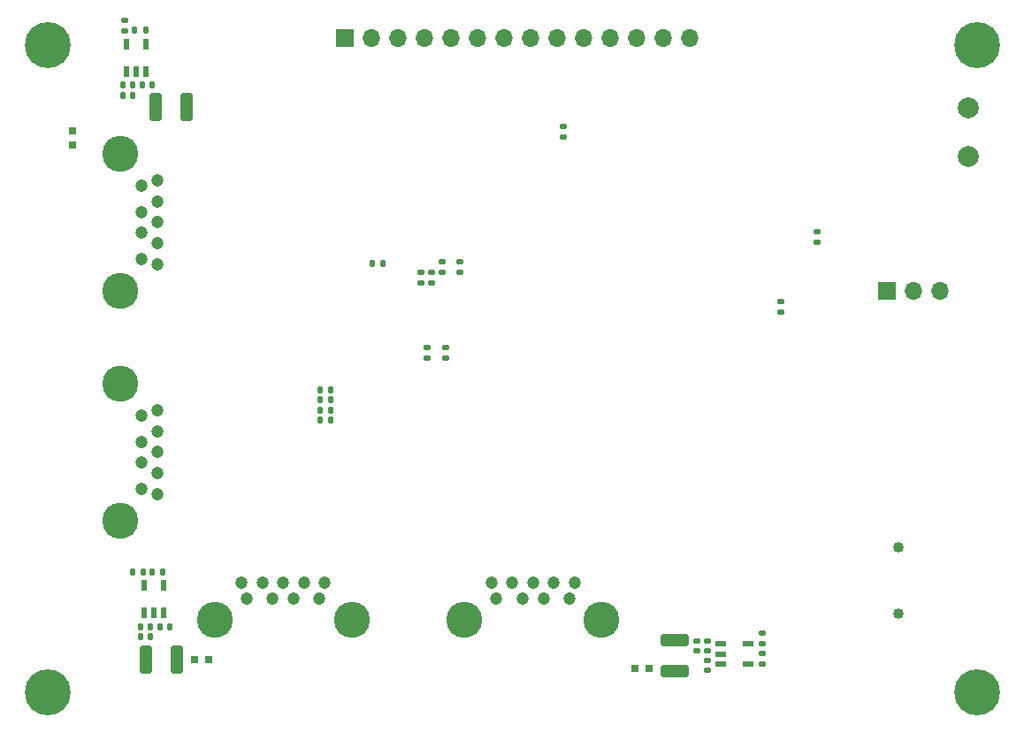
<source format=gbs>
%TF.GenerationSoftware,KiCad,Pcbnew,7.0.5*%
%TF.CreationDate,2023-07-29T13:43:45+03:00*%
%TF.ProjectId,cf33_dock,63663333-5f64-46f6-936b-2e6b69636164,rev?*%
%TF.SameCoordinates,Original*%
%TF.FileFunction,Soldermask,Bot*%
%TF.FilePolarity,Negative*%
%FSLAX46Y46*%
G04 Gerber Fmt 4.6, Leading zero omitted, Abs format (unit mm)*
G04 Created by KiCad (PCBNEW 7.0.5) date 2023-07-29 13:43:45*
%MOMM*%
%LPD*%
G01*
G04 APERTURE LIST*
G04 Aperture macros list*
%AMRoundRect*
0 Rectangle with rounded corners*
0 $1 Rounding radius*
0 $2 $3 $4 $5 $6 $7 $8 $9 X,Y pos of 4 corners*
0 Add a 4 corners polygon primitive as box body*
4,1,4,$2,$3,$4,$5,$6,$7,$8,$9,$2,$3,0*
0 Add four circle primitives for the rounded corners*
1,1,$1+$1,$2,$3*
1,1,$1+$1,$4,$5*
1,1,$1+$1,$6,$7*
1,1,$1+$1,$8,$9*
0 Add four rect primitives between the rounded corners*
20,1,$1+$1,$2,$3,$4,$5,0*
20,1,$1+$1,$4,$5,$6,$7,0*
20,1,$1+$1,$6,$7,$8,$9,0*
20,1,$1+$1,$8,$9,$2,$3,0*%
G04 Aperture macros list end*
%ADD10R,1.700000X1.700000*%
%ADD11O,1.700000X1.700000*%
%ADD12C,1.200000*%
%ADD13C,3.450000*%
%ADD14C,2.000000*%
%ADD15C,2.600000*%
%ADD16C,4.400000*%
%ADD17C,1.020000*%
%ADD18R,1.050000X0.550000*%
%ADD19RoundRect,0.135000X-0.135000X-0.185000X0.135000X-0.185000X0.135000X0.185000X-0.135000X0.185000X0*%
%ADD20RoundRect,0.135000X0.135000X0.185000X-0.135000X0.185000X-0.135000X-0.185000X0.135000X-0.185000X0*%
%ADD21RoundRect,0.140000X0.140000X0.170000X-0.140000X0.170000X-0.140000X-0.170000X0.140000X-0.170000X0*%
%ADD22RoundRect,0.135000X0.185000X-0.135000X0.185000X0.135000X-0.185000X0.135000X-0.185000X-0.135000X0*%
%ADD23RoundRect,0.250000X-0.325000X-1.100000X0.325000X-1.100000X0.325000X1.100000X-0.325000X1.100000X0*%
%ADD24RoundRect,0.140000X0.170000X-0.140000X0.170000X0.140000X-0.170000X0.140000X-0.170000X-0.140000X0*%
%ADD25RoundRect,0.140000X-0.140000X-0.170000X0.140000X-0.170000X0.140000X0.170000X-0.140000X0.170000X0*%
%ADD26R,0.550000X1.050000*%
%ADD27R,0.650000X0.700000*%
%ADD28RoundRect,0.140000X-0.170000X0.140000X-0.170000X-0.140000X0.170000X-0.140000X0.170000X0.140000X0*%
%ADD29RoundRect,0.250000X1.100000X-0.325000X1.100000X0.325000X-1.100000X0.325000X-1.100000X-0.325000X0*%
%ADD30RoundRect,0.250000X0.325000X1.100000X-0.325000X1.100000X-0.325000X-1.100000X0.325000X-1.100000X0*%
%ADD31R,0.700000X0.650000*%
%ADD32RoundRect,0.135000X-0.185000X0.135000X-0.185000X-0.135000X0.185000X-0.135000X0.185000X0.135000X0*%
G04 APERTURE END LIST*
D10*
X299578934Y-176964738D03*
D11*
X302118934Y-176964738D03*
X304658934Y-176964738D03*
D12*
X228198934Y-166874738D03*
X228198934Y-169374738D03*
X228198934Y-171374738D03*
X228198934Y-173874738D03*
X229698934Y-174374738D03*
X229698934Y-172374738D03*
X229698934Y-170374738D03*
X229698934Y-168374738D03*
X229698934Y-166374738D03*
D13*
X226198934Y-163804738D03*
X226198934Y-176944738D03*
D14*
X307348934Y-164104738D03*
X307398934Y-159454738D03*
D15*
X308198934Y-153404738D03*
D16*
X308198934Y-153404738D03*
D12*
X228198934Y-188894738D03*
X228198934Y-191394738D03*
X228198934Y-193394738D03*
X228198934Y-195894738D03*
X229698934Y-196394738D03*
X229698934Y-194394738D03*
X229698934Y-192394738D03*
X229698934Y-190394738D03*
X229698934Y-188394738D03*
D13*
X226198934Y-185824738D03*
X226198934Y-198964738D03*
D17*
X300698934Y-207829738D03*
X300698934Y-201479738D03*
D10*
X247698934Y-152704738D03*
D11*
X250238934Y-152704738D03*
X252778934Y-152704738D03*
X255318934Y-152704738D03*
X257858934Y-152704738D03*
X260398934Y-152704738D03*
X262938934Y-152704738D03*
X265478934Y-152704738D03*
X268018934Y-152704738D03*
X270558934Y-152704738D03*
X273098934Y-152704738D03*
X275638934Y-152704738D03*
X278178934Y-152704738D03*
X280718934Y-152704738D03*
D15*
X308198934Y-215404738D03*
D16*
X308198934Y-215404738D03*
D12*
X262198934Y-206404738D03*
X264698934Y-206404738D03*
X266698934Y-206404738D03*
X269198934Y-206404738D03*
X269698934Y-204904738D03*
X267698934Y-204904738D03*
X265698934Y-204904738D03*
X263698934Y-204904738D03*
X261698934Y-204904738D03*
D13*
X259128934Y-208404738D03*
X272268934Y-208404738D03*
D15*
X219198934Y-215404738D03*
D16*
X219198934Y-215404738D03*
D12*
X238268934Y-206404738D03*
X240768934Y-206404738D03*
X242768934Y-206404738D03*
X245268934Y-206404738D03*
X245768934Y-204904738D03*
X243768934Y-204904738D03*
X241768934Y-204904738D03*
X239768934Y-204904738D03*
X237768934Y-204904738D03*
D13*
X235198934Y-208404738D03*
X248338934Y-208404738D03*
D15*
X219198934Y-153404738D03*
D16*
X219198934Y-153404738D03*
D18*
X283698934Y-212654738D03*
X283698934Y-211704738D03*
X283698934Y-210754738D03*
X286298934Y-210754738D03*
X286298934Y-212654738D03*
D19*
X245308934Y-187384738D03*
X246328934Y-187384738D03*
D20*
X251355254Y-174299992D03*
X250335254Y-174299992D03*
D19*
X245308934Y-188354738D03*
X246328934Y-188354738D03*
X245308934Y-189324738D03*
X246328934Y-189324738D03*
D21*
X229078934Y-210084738D03*
X228118934Y-210084738D03*
X229068934Y-209104738D03*
X228108934Y-209104738D03*
D22*
X257348934Y-183414738D03*
X257348934Y-182394738D03*
X287648934Y-210724738D03*
X287648934Y-209704738D03*
X287628934Y-212634738D03*
X287628934Y-211614738D03*
D20*
X228593934Y-151999738D03*
X227573934Y-151999738D03*
D22*
X226623934Y-152039738D03*
X226623934Y-151019738D03*
D20*
X230248934Y-203884738D03*
X229228934Y-203884738D03*
D22*
X255998934Y-176164738D03*
X255998934Y-175144738D03*
D23*
X229593934Y-159324738D03*
X232543934Y-159324738D03*
D22*
X254998934Y-176164738D03*
X254998934Y-175144738D03*
D24*
X282398934Y-211404738D03*
X282398934Y-210444738D03*
D25*
X228288934Y-157204738D03*
X229248934Y-157204738D03*
D26*
X230338934Y-207774738D03*
X229388934Y-207774738D03*
X228438934Y-207774738D03*
X228438934Y-205174738D03*
X230338934Y-205174738D03*
D27*
X233253934Y-212244738D03*
X234603934Y-212244738D03*
X276813934Y-213104738D03*
X275463934Y-213104738D03*
D25*
X229988934Y-209094738D03*
X230948934Y-209094738D03*
D22*
X255598934Y-183414738D03*
X255598934Y-182394738D03*
D21*
X227358934Y-158194738D03*
X226398934Y-158194738D03*
D28*
X282388934Y-212344738D03*
X282388934Y-213304738D03*
D26*
X228638934Y-155904738D03*
X227688934Y-155904738D03*
X226738934Y-155904738D03*
X226738934Y-153304738D03*
X228638934Y-153304738D03*
D29*
X279278934Y-213309738D03*
X279278934Y-210359738D03*
D19*
X245308934Y-186404738D03*
X246328934Y-186404738D03*
D30*
X231573934Y-212214738D03*
X228623934Y-212214738D03*
D24*
X281408934Y-211414738D03*
X281408934Y-210454738D03*
D22*
X268578934Y-162204738D03*
X268578934Y-161184738D03*
X292898934Y-172289738D03*
X292898934Y-171269738D03*
D31*
X221598934Y-161629738D03*
X221598934Y-162979738D03*
D32*
X256998934Y-174119738D03*
X256998934Y-175139738D03*
D20*
X228348934Y-203884738D03*
X227328934Y-203884738D03*
D32*
X258673934Y-174119738D03*
X258673934Y-175139738D03*
D22*
X289398934Y-179014738D03*
X289398934Y-177994738D03*
D21*
X227368934Y-157214738D03*
X226408934Y-157214738D03*
M02*

</source>
